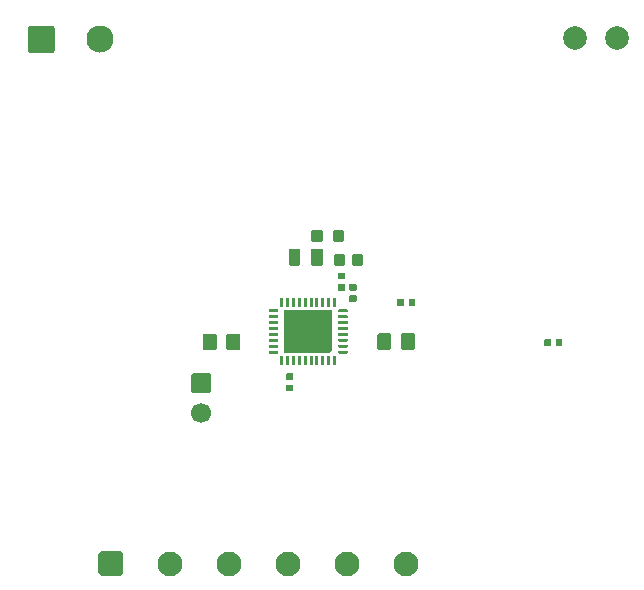
<source format=gbr>
%TF.GenerationSoftware,KiCad,Pcbnew,(6.0.11)*%
%TF.CreationDate,2024-08-05T21:32:57+07:00*%
%TF.ProjectId,Stepper_Motor_Expansion_Brd_revA,53746570-7065-4725-9f4d-6f746f725f45,rev?*%
%TF.SameCoordinates,PX5f5e100PY5f5e100*%
%TF.FileFunction,Soldermask,Bot*%
%TF.FilePolarity,Negative*%
%FSLAX46Y46*%
G04 Gerber Fmt 4.6, Leading zero omitted, Abs format (unit mm)*
G04 Created by KiCad (PCBNEW (6.0.11)) date 2024-08-05 21:32:57*
%MOMM*%
%LPD*%
G01*
G04 APERTURE LIST*
%ADD10C,2.100000*%
%ADD11C,2.300000*%
%ADD12C,2.000000*%
%ADD13C,1.700000*%
G04 APERTURE END LIST*
G36*
G01*
X15850000Y5710000D02*
X15850000Y7390000D01*
G75*
G02*
X16060000Y7600000I210000J0D01*
G01*
X17740000Y7600000D01*
G75*
G02*
X17950000Y7390000I0J-210000D01*
G01*
X17950000Y5710000D01*
G75*
G02*
X17740000Y5500000I-210000J0D01*
G01*
X16060000Y5500000D01*
G75*
G02*
X15850000Y5710000I0J210000D01*
G01*
G37*
D10*
X21900000Y6550000D03*
X26900000Y6550000D03*
X31900000Y6550000D03*
X36900000Y6550000D03*
X41900000Y6550000D03*
G36*
G01*
X9860000Y50000000D02*
X9860000Y51840000D01*
G75*
G02*
X10090000Y52070000I230000J0D01*
G01*
X11930000Y52070000D01*
G75*
G02*
X12160000Y51840000I0J-230000D01*
G01*
X12160000Y50000000D01*
G75*
G02*
X11930000Y49770000I-230000J0D01*
G01*
X10090000Y49770000D01*
G75*
G02*
X9860000Y50000000I0J230000D01*
G01*
G37*
D11*
X16010000Y50920000D03*
D12*
X56220000Y51040000D03*
X59720000Y51040000D03*
G36*
G01*
X23710000Y21120000D02*
X23710000Y22480000D01*
G75*
G02*
X23880000Y22650000I170000J0D01*
G01*
X25240000Y22650000D01*
G75*
G02*
X25410000Y22480000I0J-170000D01*
G01*
X25410000Y21120000D01*
G75*
G02*
X25240000Y20950000I-170000J0D01*
G01*
X23880000Y20950000D01*
G75*
G02*
X23710000Y21120000I0J170000D01*
G01*
G37*
D13*
X24560000Y19260000D03*
G36*
G01*
X39450000Y24750000D02*
X39450000Y25910000D01*
G75*
G02*
X39570000Y26030000I120000J0D01*
G01*
X40530000Y26030000D01*
G75*
G02*
X40650000Y25910000I0J-120000D01*
G01*
X40650000Y24750000D01*
G75*
G02*
X40530000Y24630000I-120000J0D01*
G01*
X39570000Y24630000D01*
G75*
G02*
X39450000Y24750000I0J120000D01*
G01*
G37*
G36*
G01*
X41450000Y24750000D02*
X41450000Y25910000D01*
G75*
G02*
X41570000Y26030000I120000J0D01*
G01*
X42530000Y26030000D01*
G75*
G02*
X42650000Y25910000I0J-120000D01*
G01*
X42650000Y24750000D01*
G75*
G02*
X42530000Y24630000I-120000J0D01*
G01*
X41570000Y24630000D01*
G75*
G02*
X41450000Y24750000I0J120000D01*
G01*
G37*
G36*
G01*
X35795000Y31855000D02*
X35795000Y32625000D01*
G75*
G02*
X35885000Y32715000I90000J0D01*
G01*
X36605000Y32715000D01*
G75*
G02*
X36695000Y32625000I0J-90000D01*
G01*
X36695000Y31855000D01*
G75*
G02*
X36605000Y31765000I-90000J0D01*
G01*
X35885000Y31765000D01*
G75*
G02*
X35795000Y31855000I0J90000D01*
G01*
G37*
G36*
G01*
X37345000Y31855000D02*
X37345000Y32625000D01*
G75*
G02*
X37435000Y32715000I90000J0D01*
G01*
X38155000Y32715000D01*
G75*
G02*
X38245000Y32625000I0J-90000D01*
G01*
X38245000Y31855000D01*
G75*
G02*
X38155000Y31765000I-90000J0D01*
G01*
X37435000Y31765000D01*
G75*
G02*
X37345000Y31855000I0J90000D01*
G01*
G37*
G36*
G01*
X33860000Y33900000D02*
X33860000Y34660000D01*
G75*
G02*
X33955000Y34755000I95000J0D01*
G01*
X34740000Y34755000D01*
G75*
G02*
X34835000Y34660000I0J-95000D01*
G01*
X34835000Y33900000D01*
G75*
G02*
X34740000Y33805000I-95000J0D01*
G01*
X33955000Y33805000D01*
G75*
G02*
X33860000Y33900000I0J95000D01*
G01*
G37*
G36*
G01*
X35685000Y33900000D02*
X35685000Y34660000D01*
G75*
G02*
X35780000Y34755000I95000J0D01*
G01*
X36565000Y34755000D01*
G75*
G02*
X36660000Y34660000I0J-95000D01*
G01*
X36660000Y33900000D01*
G75*
G02*
X36565000Y33805000I-95000J0D01*
G01*
X35780000Y33805000D01*
G75*
G02*
X35685000Y33900000I0J95000D01*
G01*
G37*
G36*
G01*
X53610000Y24986000D02*
X53610000Y25494000D01*
G75*
G02*
X53666000Y25550000I56000J0D01*
G01*
X54114000Y25550000D01*
G75*
G02*
X54170000Y25494000I0J-56000D01*
G01*
X54170000Y24986000D01*
G75*
G02*
X54114000Y24930000I-56000J0D01*
G01*
X53666000Y24930000D01*
G75*
G02*
X53610000Y24986000I0J56000D01*
G01*
G37*
G36*
G01*
X54570000Y24986000D02*
X54570000Y25494000D01*
G75*
G02*
X54626000Y25550000I56000J0D01*
G01*
X55074000Y25550000D01*
G75*
G02*
X55130000Y25494000I0J-56000D01*
G01*
X55130000Y24986000D01*
G75*
G02*
X55074000Y24930000I-56000J0D01*
G01*
X54626000Y24930000D01*
G75*
G02*
X54570000Y24986000I0J56000D01*
G01*
G37*
G36*
G01*
X35938900Y23360000D02*
X35761100Y23360000D01*
G75*
G02*
X35723000Y23398100I0J38100D01*
G01*
X35723000Y24101900D01*
G75*
G02*
X35761100Y24140000I38100J0D01*
G01*
X35938900Y24140000D01*
G75*
G02*
X35977000Y24101900I0J-38100D01*
G01*
X35977000Y23398100D01*
G75*
G02*
X35938900Y23360000I-38100J0D01*
G01*
G37*
G36*
G01*
X35438900Y23360000D02*
X35261100Y23360000D01*
G75*
G02*
X35223000Y23398100I0J38100D01*
G01*
X35223000Y24101900D01*
G75*
G02*
X35261100Y24140000I38100J0D01*
G01*
X35438900Y24140000D01*
G75*
G02*
X35477000Y24101900I0J-38100D01*
G01*
X35477000Y23398100D01*
G75*
G02*
X35438900Y23360000I-38100J0D01*
G01*
G37*
G36*
G01*
X34938900Y23360000D02*
X34761100Y23360000D01*
G75*
G02*
X34723000Y23398100I0J38100D01*
G01*
X34723000Y24101900D01*
G75*
G02*
X34761100Y24140000I38100J0D01*
G01*
X34938900Y24140000D01*
G75*
G02*
X34977000Y24101900I0J-38100D01*
G01*
X34977000Y23398100D01*
G75*
G02*
X34938900Y23360000I-38100J0D01*
G01*
G37*
G36*
G01*
X34438900Y23360000D02*
X34261100Y23360000D01*
G75*
G02*
X34223000Y23398100I0J38100D01*
G01*
X34223000Y24101900D01*
G75*
G02*
X34261100Y24140000I38100J0D01*
G01*
X34438900Y24140000D01*
G75*
G02*
X34477000Y24101900I0J-38100D01*
G01*
X34477000Y23398100D01*
G75*
G02*
X34438900Y23360000I-38100J0D01*
G01*
G37*
G36*
G01*
X33938900Y23360000D02*
X33761100Y23360000D01*
G75*
G02*
X33723000Y23398100I0J38100D01*
G01*
X33723000Y24101900D01*
G75*
G02*
X33761100Y24140000I38100J0D01*
G01*
X33938900Y24140000D01*
G75*
G02*
X33977000Y24101900I0J-38100D01*
G01*
X33977000Y23398100D01*
G75*
G02*
X33938900Y23360000I-38100J0D01*
G01*
G37*
G36*
G01*
X33438900Y23360000D02*
X33261100Y23360000D01*
G75*
G02*
X33223000Y23398100I0J38100D01*
G01*
X33223000Y24101900D01*
G75*
G02*
X33261100Y24140000I38100J0D01*
G01*
X33438900Y24140000D01*
G75*
G02*
X33477000Y24101900I0J-38100D01*
G01*
X33477000Y23398100D01*
G75*
G02*
X33438900Y23360000I-38100J0D01*
G01*
G37*
G36*
G01*
X32938900Y23360000D02*
X32761100Y23360000D01*
G75*
G02*
X32723000Y23398100I0J38100D01*
G01*
X32723000Y24101900D01*
G75*
G02*
X32761100Y24140000I38100J0D01*
G01*
X32938900Y24140000D01*
G75*
G02*
X32977000Y24101900I0J-38100D01*
G01*
X32977000Y23398100D01*
G75*
G02*
X32938900Y23360000I-38100J0D01*
G01*
G37*
G36*
G01*
X32438900Y23360000D02*
X32261100Y23360000D01*
G75*
G02*
X32223000Y23398100I0J38100D01*
G01*
X32223000Y24101900D01*
G75*
G02*
X32261100Y24140000I38100J0D01*
G01*
X32438900Y24140000D01*
G75*
G02*
X32477000Y24101900I0J-38100D01*
G01*
X32477000Y23398100D01*
G75*
G02*
X32438900Y23360000I-38100J0D01*
G01*
G37*
G36*
G01*
X31938900Y23360000D02*
X31761100Y23360000D01*
G75*
G02*
X31723000Y23398100I0J38100D01*
G01*
X31723000Y24101900D01*
G75*
G02*
X31761100Y24140000I38100J0D01*
G01*
X31938900Y24140000D01*
G75*
G02*
X31977000Y24101900I0J-38100D01*
G01*
X31977000Y23398100D01*
G75*
G02*
X31938900Y23360000I-38100J0D01*
G01*
G37*
G36*
G01*
X31438900Y23360000D02*
X31261100Y23360000D01*
G75*
G02*
X31223000Y23398100I0J38100D01*
G01*
X31223000Y24101900D01*
G75*
G02*
X31261100Y24140000I38100J0D01*
G01*
X31438900Y24140000D01*
G75*
G02*
X31477000Y24101900I0J-38100D01*
G01*
X31477000Y23398100D01*
G75*
G02*
X31438900Y23360000I-38100J0D01*
G01*
G37*
G36*
G01*
X31001900Y24323000D02*
X30298100Y24323000D01*
G75*
G02*
X30260000Y24361100I0J38100D01*
G01*
X30260000Y24538900D01*
G75*
G02*
X30298100Y24577000I38100J0D01*
G01*
X31001900Y24577000D01*
G75*
G02*
X31040000Y24538900I0J-38100D01*
G01*
X31040000Y24361100D01*
G75*
G02*
X31001900Y24323000I-38100J0D01*
G01*
G37*
G36*
G01*
X31001900Y24823000D02*
X30298100Y24823000D01*
G75*
G02*
X30260000Y24861100I0J38100D01*
G01*
X30260000Y25038900D01*
G75*
G02*
X30298100Y25077000I38100J0D01*
G01*
X31001900Y25077000D01*
G75*
G02*
X31040000Y25038900I0J-38100D01*
G01*
X31040000Y24861100D01*
G75*
G02*
X31001900Y24823000I-38100J0D01*
G01*
G37*
G36*
G01*
X31001900Y25323000D02*
X30298100Y25323000D01*
G75*
G02*
X30260000Y25361100I0J38100D01*
G01*
X30260000Y25538900D01*
G75*
G02*
X30298100Y25577000I38100J0D01*
G01*
X31001900Y25577000D01*
G75*
G02*
X31040000Y25538900I0J-38100D01*
G01*
X31040000Y25361100D01*
G75*
G02*
X31001900Y25323000I-38100J0D01*
G01*
G37*
G36*
G01*
X31001900Y25823000D02*
X30298100Y25823000D01*
G75*
G02*
X30260000Y25861100I0J38100D01*
G01*
X30260000Y26038900D01*
G75*
G02*
X30298100Y26077000I38100J0D01*
G01*
X31001900Y26077000D01*
G75*
G02*
X31040000Y26038900I0J-38100D01*
G01*
X31040000Y25861100D01*
G75*
G02*
X31001900Y25823000I-38100J0D01*
G01*
G37*
G36*
G01*
X31001900Y26323000D02*
X30298100Y26323000D01*
G75*
G02*
X30260000Y26361100I0J38100D01*
G01*
X30260000Y26538900D01*
G75*
G02*
X30298100Y26577000I38100J0D01*
G01*
X31001900Y26577000D01*
G75*
G02*
X31040000Y26538900I0J-38100D01*
G01*
X31040000Y26361100D01*
G75*
G02*
X31001900Y26323000I-38100J0D01*
G01*
G37*
G36*
G01*
X31001900Y26823000D02*
X30298100Y26823000D01*
G75*
G02*
X30260000Y26861100I0J38100D01*
G01*
X30260000Y27038900D01*
G75*
G02*
X30298100Y27077000I38100J0D01*
G01*
X31001900Y27077000D01*
G75*
G02*
X31040000Y27038900I0J-38100D01*
G01*
X31040000Y26861100D01*
G75*
G02*
X31001900Y26823000I-38100J0D01*
G01*
G37*
G36*
G01*
X31001900Y27323000D02*
X30298100Y27323000D01*
G75*
G02*
X30260000Y27361100I0J38100D01*
G01*
X30260000Y27538900D01*
G75*
G02*
X30298100Y27577000I38100J0D01*
G01*
X31001900Y27577000D01*
G75*
G02*
X31040000Y27538900I0J-38100D01*
G01*
X31040000Y27361100D01*
G75*
G02*
X31001900Y27323000I-38100J0D01*
G01*
G37*
G36*
G01*
X31001900Y27823000D02*
X30298100Y27823000D01*
G75*
G02*
X30260000Y27861100I0J38100D01*
G01*
X30260000Y28038900D01*
G75*
G02*
X30298100Y28077000I38100J0D01*
G01*
X31001900Y28077000D01*
G75*
G02*
X31040000Y28038900I0J-38100D01*
G01*
X31040000Y27861100D01*
G75*
G02*
X31001900Y27823000I-38100J0D01*
G01*
G37*
G36*
G01*
X31438900Y28260000D02*
X31261100Y28260000D01*
G75*
G02*
X31223000Y28298100I0J38100D01*
G01*
X31223000Y29001900D01*
G75*
G02*
X31261100Y29040000I38100J0D01*
G01*
X31438900Y29040000D01*
G75*
G02*
X31477000Y29001900I0J-38100D01*
G01*
X31477000Y28298100D01*
G75*
G02*
X31438900Y28260000I-38100J0D01*
G01*
G37*
G36*
G01*
X31938900Y28260000D02*
X31761100Y28260000D01*
G75*
G02*
X31723000Y28298100I0J38100D01*
G01*
X31723000Y29001900D01*
G75*
G02*
X31761100Y29040000I38100J0D01*
G01*
X31938900Y29040000D01*
G75*
G02*
X31977000Y29001900I0J-38100D01*
G01*
X31977000Y28298100D01*
G75*
G02*
X31938900Y28260000I-38100J0D01*
G01*
G37*
G36*
G01*
X32438900Y28260000D02*
X32261100Y28260000D01*
G75*
G02*
X32223000Y28298100I0J38100D01*
G01*
X32223000Y29001900D01*
G75*
G02*
X32261100Y29040000I38100J0D01*
G01*
X32438900Y29040000D01*
G75*
G02*
X32477000Y29001900I0J-38100D01*
G01*
X32477000Y28298100D01*
G75*
G02*
X32438900Y28260000I-38100J0D01*
G01*
G37*
G36*
G01*
X32938900Y28260000D02*
X32761100Y28260000D01*
G75*
G02*
X32723000Y28298100I0J38100D01*
G01*
X32723000Y29001900D01*
G75*
G02*
X32761100Y29040000I38100J0D01*
G01*
X32938900Y29040000D01*
G75*
G02*
X32977000Y29001900I0J-38100D01*
G01*
X32977000Y28298100D01*
G75*
G02*
X32938900Y28260000I-38100J0D01*
G01*
G37*
G36*
G01*
X33438900Y28260000D02*
X33261100Y28260000D01*
G75*
G02*
X33223000Y28298100I0J38100D01*
G01*
X33223000Y29001900D01*
G75*
G02*
X33261100Y29040000I38100J0D01*
G01*
X33438900Y29040000D01*
G75*
G02*
X33477000Y29001900I0J-38100D01*
G01*
X33477000Y28298100D01*
G75*
G02*
X33438900Y28260000I-38100J0D01*
G01*
G37*
G36*
G01*
X33938900Y28260000D02*
X33761100Y28260000D01*
G75*
G02*
X33723000Y28298100I0J38100D01*
G01*
X33723000Y29001900D01*
G75*
G02*
X33761100Y29040000I38100J0D01*
G01*
X33938900Y29040000D01*
G75*
G02*
X33977000Y29001900I0J-38100D01*
G01*
X33977000Y28298100D01*
G75*
G02*
X33938900Y28260000I-38100J0D01*
G01*
G37*
G36*
G01*
X34438900Y28260000D02*
X34261100Y28260000D01*
G75*
G02*
X34223000Y28298100I0J38100D01*
G01*
X34223000Y29001900D01*
G75*
G02*
X34261100Y29040000I38100J0D01*
G01*
X34438900Y29040000D01*
G75*
G02*
X34477000Y29001900I0J-38100D01*
G01*
X34477000Y28298100D01*
G75*
G02*
X34438900Y28260000I-38100J0D01*
G01*
G37*
G36*
G01*
X34938900Y28260000D02*
X34761100Y28260000D01*
G75*
G02*
X34723000Y28298100I0J38100D01*
G01*
X34723000Y29001900D01*
G75*
G02*
X34761100Y29040000I38100J0D01*
G01*
X34938900Y29040000D01*
G75*
G02*
X34977000Y29001900I0J-38100D01*
G01*
X34977000Y28298100D01*
G75*
G02*
X34938900Y28260000I-38100J0D01*
G01*
G37*
G36*
G01*
X35438900Y28260000D02*
X35261100Y28260000D01*
G75*
G02*
X35223000Y28298100I0J38100D01*
G01*
X35223000Y29001900D01*
G75*
G02*
X35261100Y29040000I38100J0D01*
G01*
X35438900Y29040000D01*
G75*
G02*
X35477000Y29001900I0J-38100D01*
G01*
X35477000Y28298100D01*
G75*
G02*
X35438900Y28260000I-38100J0D01*
G01*
G37*
G36*
G01*
X35938900Y28260000D02*
X35761100Y28260000D01*
G75*
G02*
X35723000Y28298100I0J38100D01*
G01*
X35723000Y29001900D01*
G75*
G02*
X35761100Y29040000I38100J0D01*
G01*
X35938900Y29040000D01*
G75*
G02*
X35977000Y29001900I0J-38100D01*
G01*
X35977000Y28298100D01*
G75*
G02*
X35938900Y28260000I-38100J0D01*
G01*
G37*
G36*
G01*
X36901900Y27823000D02*
X36198100Y27823000D01*
G75*
G02*
X36160000Y27861100I0J38100D01*
G01*
X36160000Y28038900D01*
G75*
G02*
X36198100Y28077000I38100J0D01*
G01*
X36901900Y28077000D01*
G75*
G02*
X36940000Y28038900I0J-38100D01*
G01*
X36940000Y27861100D01*
G75*
G02*
X36901900Y27823000I-38100J0D01*
G01*
G37*
G36*
G01*
X36901900Y27323000D02*
X36198100Y27323000D01*
G75*
G02*
X36160000Y27361100I0J38100D01*
G01*
X36160000Y27538900D01*
G75*
G02*
X36198100Y27577000I38100J0D01*
G01*
X36901900Y27577000D01*
G75*
G02*
X36940000Y27538900I0J-38100D01*
G01*
X36940000Y27361100D01*
G75*
G02*
X36901900Y27323000I-38100J0D01*
G01*
G37*
G36*
G01*
X36901900Y26823000D02*
X36198100Y26823000D01*
G75*
G02*
X36160000Y26861100I0J38100D01*
G01*
X36160000Y27038900D01*
G75*
G02*
X36198100Y27077000I38100J0D01*
G01*
X36901900Y27077000D01*
G75*
G02*
X36940000Y27038900I0J-38100D01*
G01*
X36940000Y26861100D01*
G75*
G02*
X36901900Y26823000I-38100J0D01*
G01*
G37*
G36*
G01*
X36901900Y26323000D02*
X36198100Y26323000D01*
G75*
G02*
X36160000Y26361100I0J38100D01*
G01*
X36160000Y26538900D01*
G75*
G02*
X36198100Y26577000I38100J0D01*
G01*
X36901900Y26577000D01*
G75*
G02*
X36940000Y26538900I0J-38100D01*
G01*
X36940000Y26361100D01*
G75*
G02*
X36901900Y26323000I-38100J0D01*
G01*
G37*
G36*
G01*
X36901900Y25823000D02*
X36198100Y25823000D01*
G75*
G02*
X36160000Y25861100I0J38100D01*
G01*
X36160000Y26038900D01*
G75*
G02*
X36198100Y26077000I38100J0D01*
G01*
X36901900Y26077000D01*
G75*
G02*
X36940000Y26038900I0J-38100D01*
G01*
X36940000Y25861100D01*
G75*
G02*
X36901900Y25823000I-38100J0D01*
G01*
G37*
G36*
G01*
X36901900Y25323000D02*
X36198100Y25323000D01*
G75*
G02*
X36160000Y25361100I0J38100D01*
G01*
X36160000Y25538900D01*
G75*
G02*
X36198100Y25577000I38100J0D01*
G01*
X36901900Y25577000D01*
G75*
G02*
X36940000Y25538900I0J-38100D01*
G01*
X36940000Y25361100D01*
G75*
G02*
X36901900Y25323000I-38100J0D01*
G01*
G37*
G36*
G01*
X36901900Y24823000D02*
X36198100Y24823000D01*
G75*
G02*
X36160000Y24861100I0J38100D01*
G01*
X36160000Y25038900D01*
G75*
G02*
X36198100Y25077000I38100J0D01*
G01*
X36901900Y25077000D01*
G75*
G02*
X36940000Y25038900I0J-38100D01*
G01*
X36940000Y24861100D01*
G75*
G02*
X36901900Y24823000I-38100J0D01*
G01*
G37*
G36*
G01*
X36901900Y24323000D02*
X36198100Y24323000D01*
G75*
G02*
X36160000Y24361100I0J38100D01*
G01*
X36160000Y24538900D01*
G75*
G02*
X36198100Y24577000I38100J0D01*
G01*
X36901900Y24577000D01*
G75*
G02*
X36940000Y24538900I0J-38100D01*
G01*
X36940000Y24361100D01*
G75*
G02*
X36901900Y24323000I-38100J0D01*
G01*
G37*
G36*
X31546464Y28003536D02*
G01*
X31550000Y28005000D01*
X35650000Y28005000D01*
X35653536Y28003536D01*
X35655000Y28000000D01*
X35655000Y24650000D01*
X35653534Y24646463D01*
X35403536Y24396464D01*
X35399998Y24395000D01*
X31550000Y24395000D01*
X31546464Y24396464D01*
X31545000Y24400000D01*
X31545000Y28000000D01*
X31546464Y28003536D01*
G37*
G36*
G01*
X27870000Y25900000D02*
X27870000Y24740000D01*
G75*
G02*
X27750000Y24620000I-120000J0D01*
G01*
X26790000Y24620000D01*
G75*
G02*
X26670000Y24740000I0J120000D01*
G01*
X26670000Y25900000D01*
G75*
G02*
X26790000Y26020000I120000J0D01*
G01*
X27750000Y26020000D01*
G75*
G02*
X27870000Y25900000I0J-120000D01*
G01*
G37*
G36*
G01*
X25870000Y25900000D02*
X25870000Y24740000D01*
G75*
G02*
X25750000Y24620000I-120000J0D01*
G01*
X24790000Y24620000D01*
G75*
G02*
X24670000Y24740000I0J120000D01*
G01*
X24670000Y25900000D01*
G75*
G02*
X24790000Y26020000I120000J0D01*
G01*
X25750000Y26020000D01*
G75*
G02*
X25870000Y25900000I0J-120000D01*
G01*
G37*
G36*
G01*
X37644000Y28690000D02*
X37136000Y28690000D01*
G75*
G02*
X37080000Y28746000I0J56000D01*
G01*
X37080000Y29194000D01*
G75*
G02*
X37136000Y29250000I56000J0D01*
G01*
X37644000Y29250000D01*
G75*
G02*
X37700000Y29194000I0J-56000D01*
G01*
X37700000Y28746000D01*
G75*
G02*
X37644000Y28690000I-56000J0D01*
G01*
G37*
G36*
G01*
X37644000Y29650000D02*
X37136000Y29650000D01*
G75*
G02*
X37080000Y29706000I0J56000D01*
G01*
X37080000Y30154000D01*
G75*
G02*
X37136000Y30210000I56000J0D01*
G01*
X37644000Y30210000D01*
G75*
G02*
X37700000Y30154000I0J-56000D01*
G01*
X37700000Y29706000D01*
G75*
G02*
X37644000Y29650000I-56000J0D01*
G01*
G37*
G36*
G01*
X36664000Y29640000D02*
X36156000Y29640000D01*
G75*
G02*
X36100000Y29696000I0J56000D01*
G01*
X36100000Y30144000D01*
G75*
G02*
X36156000Y30200000I56000J0D01*
G01*
X36664000Y30200000D01*
G75*
G02*
X36720000Y30144000I0J-56000D01*
G01*
X36720000Y29696000D01*
G75*
G02*
X36664000Y29640000I-56000J0D01*
G01*
G37*
G36*
G01*
X36664000Y30600000D02*
X36156000Y30600000D01*
G75*
G02*
X36100000Y30656000I0J56000D01*
G01*
X36100000Y31104000D01*
G75*
G02*
X36156000Y31160000I56000J0D01*
G01*
X36664000Y31160000D01*
G75*
G02*
X36720000Y31104000I0J-56000D01*
G01*
X36720000Y30656000D01*
G75*
G02*
X36664000Y30600000I-56000J0D01*
G01*
G37*
G36*
G01*
X41140000Y28376000D02*
X41140000Y28884000D01*
G75*
G02*
X41196000Y28940000I56000J0D01*
G01*
X41644000Y28940000D01*
G75*
G02*
X41700000Y28884000I0J-56000D01*
G01*
X41700000Y28376000D01*
G75*
G02*
X41644000Y28320000I-56000J0D01*
G01*
X41196000Y28320000D01*
G75*
G02*
X41140000Y28376000I0J56000D01*
G01*
G37*
G36*
G01*
X42100000Y28376000D02*
X42100000Y28884000D01*
G75*
G02*
X42156000Y28940000I56000J0D01*
G01*
X42604000Y28940000D01*
G75*
G02*
X42660000Y28884000I0J-56000D01*
G01*
X42660000Y28376000D01*
G75*
G02*
X42604000Y28320000I-56000J0D01*
G01*
X42156000Y28320000D01*
G75*
G02*
X42100000Y28376000I0J56000D01*
G01*
G37*
G36*
G01*
X34850000Y33115000D02*
X34850000Y31865000D01*
G75*
G02*
X34750000Y31765000I-100000J0D01*
G01*
X33950000Y31765000D01*
G75*
G02*
X33850000Y31865000I0J100000D01*
G01*
X33850000Y33115000D01*
G75*
G02*
X33950000Y33215000I100000J0D01*
G01*
X34750000Y33215000D01*
G75*
G02*
X34850000Y33115000I0J-100000D01*
G01*
G37*
G36*
G01*
X32950000Y33115000D02*
X32950000Y31865000D01*
G75*
G02*
X32850000Y31765000I-100000J0D01*
G01*
X32050000Y31765000D01*
G75*
G02*
X31950000Y31865000I0J100000D01*
G01*
X31950000Y33115000D01*
G75*
G02*
X32050000Y33215000I100000J0D01*
G01*
X32850000Y33215000D01*
G75*
G02*
X32950000Y33115000I0J-100000D01*
G01*
G37*
G36*
G01*
X31786000Y22650000D02*
X32294000Y22650000D01*
G75*
G02*
X32350000Y22594000I0J-56000D01*
G01*
X32350000Y22146000D01*
G75*
G02*
X32294000Y22090000I-56000J0D01*
G01*
X31786000Y22090000D01*
G75*
G02*
X31730000Y22146000I0J56000D01*
G01*
X31730000Y22594000D01*
G75*
G02*
X31786000Y22650000I56000J0D01*
G01*
G37*
G36*
G01*
X31786000Y21690000D02*
X32294000Y21690000D01*
G75*
G02*
X32350000Y21634000I0J-56000D01*
G01*
X32350000Y21186000D01*
G75*
G02*
X32294000Y21130000I-56000J0D01*
G01*
X31786000Y21130000D01*
G75*
G02*
X31730000Y21186000I0J56000D01*
G01*
X31730000Y21634000D01*
G75*
G02*
X31786000Y21690000I56000J0D01*
G01*
G37*
M02*

</source>
